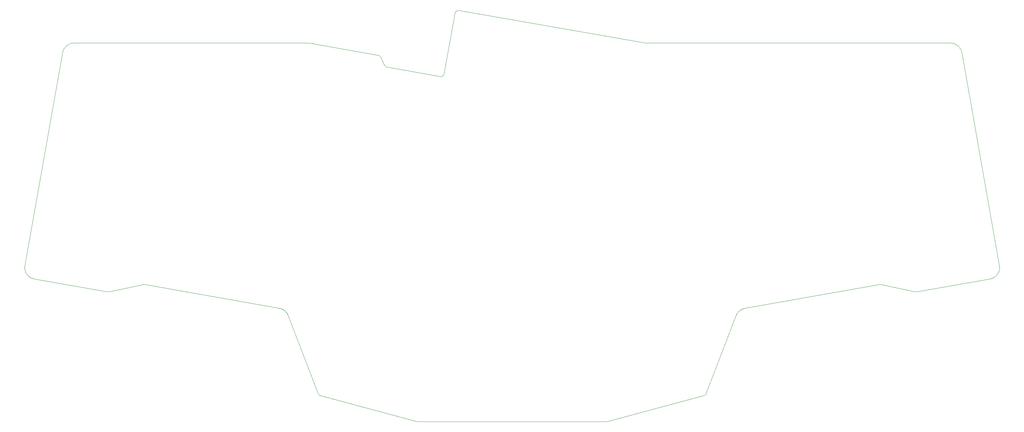
<source format=gbr>
G04 #@! TF.GenerationSoftware,KiCad,Pcbnew,(5.1.6-0-10_14)*
G04 #@! TF.CreationDate,2020-08-27T09:40:30+09:00*
G04 #@! TF.ProjectId,reviung39,72657669-756e-4673-9339-2e6b69636164,2.0*
G04 #@! TF.SameCoordinates,Original*
G04 #@! TF.FileFunction,Profile,NP*
%FSLAX46Y46*%
G04 Gerber Fmt 4.6, Leading zero omitted, Abs format (unit mm)*
G04 Created by KiCad (PCBNEW (5.1.6-0-10_14)) date 2020-08-27 09:40:30*
%MOMM*%
%LPD*%
G01*
G04 APERTURE LIST*
G04 #@! TA.AperFunction,Profile*
%ADD10C,0.100000*%
G04 #@! TD*
G04 APERTURE END LIST*
D10*
X129799273Y-50940608D02*
X127060000Y-66480000D01*
X179309213Y-58586161D02*
X130957750Y-50129399D01*
X258568542Y-58586161D02*
X179309213Y-58586161D01*
X130957750Y-50129399D02*
X130856158Y-50116727D01*
X130856158Y-50116727D02*
X130755740Y-50114409D01*
X130755740Y-50114409D02*
X130608589Y-50129450D01*
X130608589Y-50129450D02*
X130467354Y-50165491D01*
X130467354Y-50165491D02*
X130334002Y-50221155D01*
X130334002Y-50221155D02*
X130210498Y-50295065D01*
X130210498Y-50295065D02*
X130098807Y-50385847D01*
X130098807Y-50385847D02*
X130000895Y-50492122D01*
X130000895Y-50492122D02*
X129918728Y-50612516D01*
X129918728Y-50612516D02*
X129854270Y-50745652D01*
X129854270Y-50745652D02*
X129822108Y-50840808D01*
X129822108Y-50840808D02*
X129799273Y-50940608D01*
X112197307Y-64849464D02*
X112076228Y-64820017D01*
X112076228Y-64820017D02*
X111961058Y-64776323D01*
X111961058Y-64776323D02*
X111852895Y-64719249D01*
X111852895Y-64719249D02*
X111752834Y-64649662D01*
X111752834Y-64649662D02*
X111661974Y-64568428D01*
X111661974Y-64568428D02*
X111581412Y-64476414D01*
X111581412Y-64476414D02*
X111512245Y-64374487D01*
X111512245Y-64374487D02*
X111455570Y-64263514D01*
X94260214Y-149851447D02*
X94309680Y-149959410D01*
X94309680Y-149959410D02*
X94370894Y-150059726D01*
X94370894Y-150059726D02*
X94442951Y-150151585D01*
X94442951Y-150151585D02*
X94524947Y-150234176D01*
X94524947Y-150234176D02*
X94615978Y-150306688D01*
X94615978Y-150306688D02*
X94715139Y-150368310D01*
X94715139Y-150368310D02*
X94821526Y-150418233D01*
X94821526Y-150418233D02*
X94934235Y-150455646D01*
X86468894Y-129560982D02*
X94260214Y-149851447D01*
X84190553Y-127682204D02*
X84382794Y-127722705D01*
X84382794Y-127722705D02*
X84570546Y-127775241D01*
X84570546Y-127775241D02*
X84753347Y-127839430D01*
X84753347Y-127839430D02*
X84930734Y-127914892D01*
X84930734Y-127914892D02*
X85102245Y-128001246D01*
X85102245Y-128001246D02*
X85267418Y-128098110D01*
X85267418Y-128098110D02*
X85425791Y-128205103D01*
X85425791Y-128205103D02*
X85576902Y-128321845D01*
X85576902Y-128321845D02*
X85720289Y-128447954D01*
X85720289Y-128447954D02*
X85855489Y-128583048D01*
X85855489Y-128583048D02*
X85982041Y-128726748D01*
X85982041Y-128726748D02*
X86099481Y-128878671D01*
X86099481Y-128878671D02*
X86207349Y-129038437D01*
X86207349Y-129038437D02*
X86305182Y-129205665D01*
X86305182Y-129205665D02*
X86392517Y-129379974D01*
X86392517Y-129379974D02*
X86468894Y-129560982D01*
X49283964Y-121510934D02*
X84190553Y-127682204D01*
X48518866Y-121522683D02*
X48637466Y-121501381D01*
X48637466Y-121501381D02*
X48756896Y-121487282D01*
X48756896Y-121487282D02*
X48876829Y-121480390D01*
X48876829Y-121480390D02*
X48996938Y-121480710D01*
X48996938Y-121480710D02*
X49116896Y-121488247D01*
X49116896Y-121488247D02*
X49236378Y-121503006D01*
X49236378Y-121503006D02*
X49283964Y-121510934D01*
X40057782Y-123306981D02*
X48518866Y-121522683D01*
X39298392Y-123319743D02*
X39416737Y-123336943D01*
X39416737Y-123336943D02*
X39535665Y-123347026D01*
X39535665Y-123347026D02*
X39654856Y-123349998D01*
X39654856Y-123349998D02*
X39773992Y-123345864D01*
X39773992Y-123345864D02*
X39892753Y-123334629D01*
X39892753Y-123334629D02*
X40010820Y-123316298D01*
X40010820Y-123316298D02*
X40057782Y-123306981D01*
X20490291Y-120009241D02*
X39298392Y-123319743D01*
X18056178Y-116532244D02*
X18033127Y-116685030D01*
X18033127Y-116685030D02*
X18018002Y-116837156D01*
X18018002Y-116837156D02*
X18010650Y-116988404D01*
X18010650Y-116988404D02*
X18010918Y-117138554D01*
X18010918Y-117138554D02*
X18018652Y-117287388D01*
X18018652Y-117287388D02*
X18033699Y-117434688D01*
X18033699Y-117434688D02*
X18055906Y-117580234D01*
X18055906Y-117580234D02*
X18085121Y-117723807D01*
X18085121Y-117723807D02*
X18121189Y-117865190D01*
X18121189Y-117865190D02*
X18163958Y-118004163D01*
X18163958Y-118004163D02*
X18213275Y-118140507D01*
X18213275Y-118140507D02*
X18268987Y-118274005D01*
X18268987Y-118274005D02*
X18330940Y-118404436D01*
X18330940Y-118404436D02*
X18398981Y-118531583D01*
X18398981Y-118531583D02*
X18472958Y-118655227D01*
X18472958Y-118655227D02*
X18552717Y-118775149D01*
X18552717Y-118775149D02*
X18638104Y-118891130D01*
X18638104Y-118891130D02*
X18728968Y-119002952D01*
X18728968Y-119002952D02*
X18825155Y-119110395D01*
X18825155Y-119110395D02*
X18926511Y-119213242D01*
X18926511Y-119213242D02*
X19032884Y-119311274D01*
X19032884Y-119311274D02*
X19144120Y-119404271D01*
X19144120Y-119404271D02*
X19260067Y-119492015D01*
X19260067Y-119492015D02*
X19380571Y-119574287D01*
X19380571Y-119574287D02*
X19505479Y-119650869D01*
X19505479Y-119650869D02*
X19634638Y-119721542D01*
X19634638Y-119721542D02*
X19767895Y-119786087D01*
X19767895Y-119786087D02*
X19905097Y-119844286D01*
X19905097Y-119844286D02*
X20046091Y-119895919D01*
X20046091Y-119895919D02*
X20190723Y-119940769D01*
X20190723Y-119940769D02*
X20338841Y-119978615D01*
X20338841Y-119978615D02*
X20490291Y-120009241D01*
X27865284Y-61063621D02*
X18056178Y-116532244D01*
X30819453Y-58586037D02*
X30683655Y-58589076D01*
X30683655Y-58589076D02*
X30549231Y-58598116D01*
X30549231Y-58598116D02*
X30416323Y-58613036D01*
X30416323Y-58613036D02*
X30285074Y-58633715D01*
X30285074Y-58633715D02*
X30155628Y-58660035D01*
X30155628Y-58660035D02*
X30028128Y-58691874D01*
X30028128Y-58691874D02*
X29902718Y-58729112D01*
X29902718Y-58729112D02*
X29779539Y-58771630D01*
X29779539Y-58771630D02*
X29658736Y-58819308D01*
X29658736Y-58819308D02*
X29540452Y-58872024D01*
X29540452Y-58872024D02*
X29424829Y-58929660D01*
X29424829Y-58929660D02*
X29312012Y-58992094D01*
X29312012Y-58992094D02*
X29202143Y-59059208D01*
X29202143Y-59059208D02*
X29095366Y-59130880D01*
X29095366Y-59130880D02*
X28991823Y-59206991D01*
X28991823Y-59206991D02*
X28891659Y-59287421D01*
X28891659Y-59287421D02*
X28795015Y-59372049D01*
X28795015Y-59372049D02*
X28702036Y-59460756D01*
X28702036Y-59460756D02*
X28612864Y-59553420D01*
X28612864Y-59553420D02*
X28527644Y-59649923D01*
X28527644Y-59649923D02*
X28446517Y-59750145D01*
X28446517Y-59750145D02*
X28369627Y-59853964D01*
X28369627Y-59853964D02*
X28297118Y-59961261D01*
X28297118Y-59961261D02*
X28229133Y-60071915D01*
X28229133Y-60071915D02*
X28165814Y-60185808D01*
X28165814Y-60185808D02*
X28107305Y-60302818D01*
X28107305Y-60302818D02*
X28053750Y-60422825D01*
X28053750Y-60422825D02*
X28005291Y-60545710D01*
X28005291Y-60545710D02*
X27962072Y-60671352D01*
X27962072Y-60671352D02*
X27924235Y-60799631D01*
X27924235Y-60799631D02*
X27891925Y-60930427D01*
X27891925Y-60930427D02*
X27865284Y-61063621D01*
X91926937Y-58586161D02*
X30819453Y-58586037D01*
X109883055Y-61767746D02*
X91926937Y-58586161D01*
X110625735Y-62353863D02*
X110568996Y-62242782D01*
X110568996Y-62242782D02*
X110499743Y-62140769D01*
X110499743Y-62140769D02*
X110419075Y-62048691D01*
X110419075Y-62048691D02*
X110328094Y-61967418D01*
X110328094Y-61967418D02*
X110227901Y-61897818D01*
X110227901Y-61897818D02*
X110119596Y-61840760D01*
X110119596Y-61840760D02*
X110004280Y-61797113D01*
X110004280Y-61797113D02*
X109883055Y-61767746D01*
X111455570Y-64263514D02*
X110625735Y-62353863D01*
X261522959Y-61065182D02*
X261496371Y-60931926D01*
X261496371Y-60931926D02*
X261464109Y-60801067D01*
X261464109Y-60801067D02*
X261426316Y-60672724D01*
X261426316Y-60672724D02*
X261383135Y-60547019D01*
X261383135Y-60547019D02*
X261334710Y-60424071D01*
X261334710Y-60424071D02*
X261281184Y-60304000D01*
X261281184Y-60304000D02*
X261222700Y-60186927D01*
X261222700Y-60186927D02*
X261159401Y-60072972D01*
X261159401Y-60072972D02*
X261091431Y-59962256D01*
X261091431Y-59962256D02*
X261018934Y-59854898D01*
X261018934Y-59854898D02*
X260942052Y-59751019D01*
X260942052Y-59751019D02*
X260860929Y-59650739D01*
X260860929Y-59650739D02*
X260775707Y-59554179D01*
X260775707Y-59554179D02*
X260686532Y-59461458D01*
X260686532Y-59461458D02*
X260593545Y-59372697D01*
X260593545Y-59372697D02*
X260496890Y-59288016D01*
X260496890Y-59288016D02*
X260396711Y-59207535D01*
X260396711Y-59207535D02*
X260293151Y-59131376D01*
X260293151Y-59131376D02*
X260186353Y-59059657D01*
X260186353Y-59059657D02*
X260076460Y-58992499D01*
X260076460Y-58992499D02*
X259963616Y-58930023D01*
X259963616Y-58930023D02*
X259847964Y-58872349D01*
X259847964Y-58872349D02*
X259729647Y-58819597D01*
X259729647Y-58819597D02*
X259608809Y-58771887D01*
X259608809Y-58771887D02*
X259485594Y-58729339D01*
X259485594Y-58729339D02*
X259360143Y-58692075D01*
X259360143Y-58692075D02*
X259232602Y-58660213D01*
X259232602Y-58660213D02*
X259103112Y-58633875D01*
X259103112Y-58633875D02*
X258971818Y-58613180D01*
X258971818Y-58613180D02*
X258838863Y-58598249D01*
X258838863Y-58598249D02*
X258704389Y-58589203D01*
X258704389Y-58589203D02*
X258568542Y-58586161D01*
X271304250Y-116533869D02*
X261522959Y-61065182D01*
X268870324Y-120009351D02*
X269021702Y-119978718D01*
X269021702Y-119978718D02*
X269169751Y-119940870D01*
X269169751Y-119940870D02*
X269314317Y-119896026D01*
X269314317Y-119896026D02*
X269455248Y-119844404D01*
X269455248Y-119844404D02*
X269592390Y-119786222D01*
X269592390Y-119786222D02*
X269725591Y-119721699D01*
X269725591Y-119721699D02*
X269854697Y-119651053D01*
X269854697Y-119651053D02*
X269979556Y-119574502D01*
X269979556Y-119574502D02*
X270100015Y-119492266D01*
X270100015Y-119492266D02*
X270215920Y-119404562D01*
X270215920Y-119404562D02*
X270327119Y-119311609D01*
X270327119Y-119311609D02*
X270433459Y-119213625D01*
X270433459Y-119213625D02*
X270534786Y-119110829D01*
X270534786Y-119110829D02*
X270630949Y-119003439D01*
X270630949Y-119003439D02*
X270721793Y-118891674D01*
X270721793Y-118891674D02*
X270807166Y-118775751D01*
X270807166Y-118775751D02*
X270886915Y-118655890D01*
X270886915Y-118655890D02*
X270960887Y-118532309D01*
X270960887Y-118532309D02*
X271028929Y-118405226D01*
X271028929Y-118405226D02*
X271090889Y-118274860D01*
X271090889Y-118274860D02*
X271146612Y-118141428D01*
X271146612Y-118141428D02*
X271195946Y-118005150D01*
X271195946Y-118005150D02*
X271238739Y-117866245D01*
X271238739Y-117866245D02*
X271274836Y-117724929D01*
X271274836Y-117724929D02*
X271304086Y-117581422D01*
X271304086Y-117581422D02*
X271326336Y-117435943D01*
X271326336Y-117435943D02*
X271341431Y-117288709D01*
X271341431Y-117288709D02*
X271349220Y-117139939D01*
X271349220Y-117139939D02*
X271349549Y-116989852D01*
X271349549Y-116989852D02*
X271342266Y-116838665D01*
X271342266Y-116838665D02*
X271327217Y-116686598D01*
X271327217Y-116686598D02*
X271304250Y-116533869D01*
X250080951Y-123319451D02*
X268870324Y-120009351D01*
X249318996Y-123306260D02*
X249437078Y-123327624D01*
X249437078Y-123327624D02*
X249555994Y-123341848D01*
X249555994Y-123341848D02*
X249675421Y-123348924D01*
X249675421Y-123348924D02*
X249795036Y-123348848D01*
X249795036Y-123348848D02*
X249914516Y-123341614D01*
X249914516Y-123341614D02*
X250033541Y-123327217D01*
X250033541Y-123327217D02*
X250080951Y-123319451D01*
X240901882Y-121521028D02*
X249318996Y-123306260D01*
X240135505Y-121508622D02*
X240254917Y-121491008D01*
X240254917Y-121491008D02*
X240374935Y-121480643D01*
X240374935Y-121480643D02*
X240495229Y-121477523D01*
X240495229Y-121477523D02*
X240615472Y-121481641D01*
X240615472Y-121481641D02*
X240735336Y-121492993D01*
X240735336Y-121492993D02*
X240854491Y-121511573D01*
X240854491Y-121511573D02*
X240901882Y-121521028D01*
X205196586Y-127682411D02*
X240135505Y-121508622D01*
X202918261Y-129560510D02*
X202994669Y-129379552D01*
X202994669Y-129379552D02*
X203082032Y-129205294D01*
X203082032Y-129205294D02*
X203179888Y-129038117D01*
X203179888Y-129038117D02*
X203287773Y-128878401D01*
X203287773Y-128878401D02*
X203405226Y-128726527D01*
X203405226Y-128726527D02*
X203531786Y-128582876D01*
X203531786Y-128582876D02*
X203666990Y-128447829D01*
X203666990Y-128447829D02*
X203810376Y-128321766D01*
X203810376Y-128321766D02*
X203961482Y-128205069D01*
X203961482Y-128205069D02*
X204119846Y-128098118D01*
X204119846Y-128098118D02*
X204285007Y-128001295D01*
X204285007Y-128001295D02*
X204456502Y-127914979D01*
X204456502Y-127914979D02*
X204633869Y-127839551D01*
X204633869Y-127839551D02*
X204816647Y-127775394D01*
X204816647Y-127775394D02*
X205004373Y-127722887D01*
X205004373Y-127722887D02*
X205196586Y-127682411D01*
X195120863Y-149851106D02*
X202918261Y-129560510D01*
X194446994Y-150455922D02*
X194559726Y-150418442D01*
X194559726Y-150418442D02*
X194666125Y-150368447D01*
X194666125Y-150368447D02*
X194765287Y-150306747D01*
X194765287Y-150306747D02*
X194856306Y-150234155D01*
X194856306Y-150234155D02*
X194938278Y-150151483D01*
X194938278Y-150151483D02*
X195010298Y-150059543D01*
X195010298Y-150059543D02*
X195071461Y-149959146D01*
X195071461Y-149959146D02*
X195120863Y-149851106D01*
X169307240Y-157186969D02*
X194446994Y-150455922D01*
X120120578Y-157186969D02*
X169307240Y-157186969D01*
X94934235Y-150455646D02*
X120120578Y-157186969D01*
X125899772Y-67290892D02*
X112197307Y-64849464D01*
X127060000Y-66480000D02*
X127037130Y-66579920D01*
X127037130Y-66579920D02*
X127004913Y-66675182D01*
X127004913Y-66675182D02*
X126940338Y-66808448D01*
X126940338Y-66808448D02*
X126858020Y-66928934D01*
X126858020Y-66928934D02*
X126759931Y-67035260D01*
X126759931Y-67035260D02*
X126648045Y-67126049D01*
X126648045Y-67126049D02*
X126524336Y-67199920D01*
X126524336Y-67199920D02*
X126390776Y-67255495D01*
X126390776Y-67255495D02*
X126249339Y-67291393D01*
X126249339Y-67291393D02*
X126101998Y-67306237D01*
X126101998Y-67306237D02*
X126001466Y-67303754D01*
X126001466Y-67303754D02*
X125899772Y-67290892D01*
M02*

</source>
